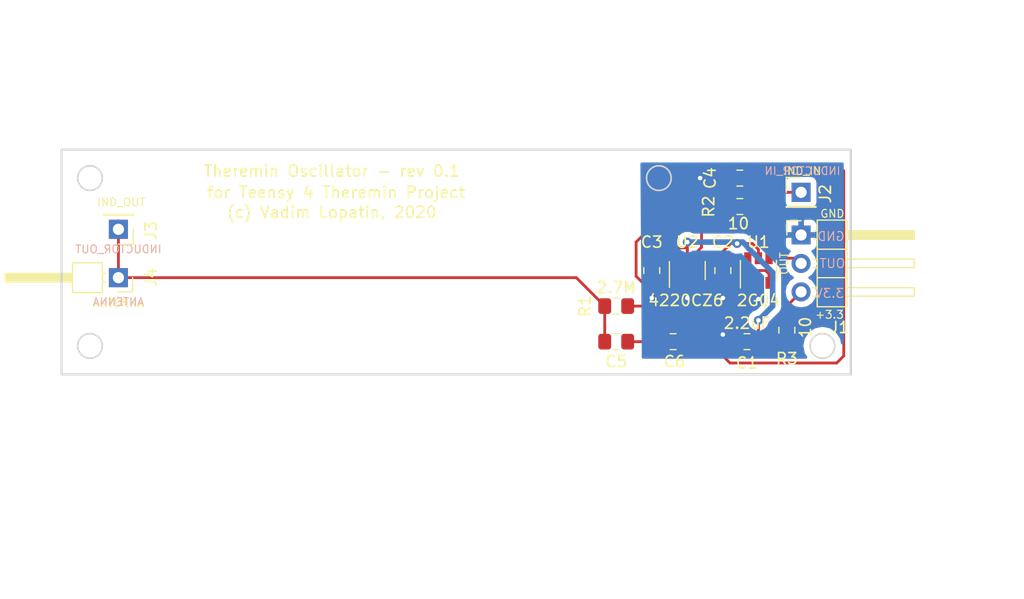
<source format=kicad_pcb>
(kicad_pcb (version 20171130) (host pcbnew "(5.0.2)-1")

  (general
    (thickness 1.6)
    (drawings 27)
    (tracks 109)
    (zones 0)
    (modules 15)
    (nets 12)
  )

  (page A4)
  (title_block
    (title "Theremin Oscillator")
    (date 2020-02-18)
    (rev v0.1)
    (comment 1 "Teensy 4 Theremin Project")
    (comment 2 "(c) Vadim Lopatin 2020")
  )

  (layers
    (0 F.Cu signal)
    (31 B.Cu signal)
    (32 B.Adhes user)
    (33 F.Adhes user)
    (34 B.Paste user)
    (35 F.Paste user)
    (36 B.SilkS user)
    (37 F.SilkS user)
    (38 B.Mask user)
    (39 F.Mask user)
    (40 Dwgs.User user)
    (41 Cmts.User user)
    (42 Eco1.User user)
    (43 Eco2.User user)
    (44 Edge.Cuts user)
    (45 Margin user)
    (46 B.CrtYd user)
    (47 F.CrtYd user)
    (48 B.Fab user hide)
    (49 F.Fab user hide)
  )

  (setup
    (last_trace_width 0.25)
    (trace_clearance 0.2)
    (zone_clearance 0.508)
    (zone_45_only no)
    (trace_min 0.2)
    (segment_width 0.2)
    (edge_width 0.15)
    (via_size 0.8)
    (via_drill 0.4)
    (via_min_size 0.4)
    (via_min_drill 0.3)
    (uvia_size 0.3)
    (uvia_drill 0.1)
    (uvias_allowed no)
    (uvia_min_size 0.2)
    (uvia_min_drill 0.1)
    (pcb_text_width 0.3)
    (pcb_text_size 1.5 1.5)
    (mod_edge_width 0.15)
    (mod_text_size 1 1)
    (mod_text_width 0.15)
    (pad_size 1.524 1.524)
    (pad_drill 0.762)
    (pad_to_mask_clearance 0.051)
    (solder_mask_min_width 0.25)
    (aux_axis_origin 0 0)
    (visible_elements 7FFFFFFF)
    (pcbplotparams
      (layerselection 0x010fc_ffffffff)
      (usegerberextensions true)
      (usegerberattributes false)
      (usegerberadvancedattributes false)
      (creategerberjobfile false)
      (excludeedgelayer true)
      (linewidth 0.100000)
      (plotframeref false)
      (viasonmask false)
      (mode 1)
      (useauxorigin false)
      (hpglpennumber 1)
      (hpglpenspeed 20)
      (hpglpendiameter 15.000000)
      (psnegative false)
      (psa4output false)
      (plotreference true)
      (plotvalue true)
      (plotinvisibletext false)
      (padsonsilk false)
      (subtractmaskfromsilk false)
      (outputformat 1)
      (mirror false)
      (drillshape 0)
      (scaleselection 1)
      (outputdirectory "gerber/"))
  )

  (net 0 "")
  (net 1 +3V3)
  (net 2 GND)
  (net 3 "Net-(U2-Pad3)")
  (net 4 "Net-(U2-Pad6)")
  (net 5 "Net-(C5-Pad2)")
  (net 6 "Net-(C4-Pad2)")
  (net 7 "Net-(R1-Pad1)")
  (net 8 "Net-(R2-Pad2)")
  (net 9 "Net-(C5-Pad1)")
  (net 10 /3.3V)
  (net 11 /OSC_OUT)

  (net_class Default "This is the default net class."
    (clearance 0.2)
    (trace_width 0.25)
    (via_dia 0.8)
    (via_drill 0.4)
    (uvia_dia 0.3)
    (uvia_drill 0.1)
    (add_net +3V3)
    (add_net /3.3V)
    (add_net /OSC_OUT)
    (add_net GND)
    (add_net "Net-(C4-Pad2)")
    (add_net "Net-(C5-Pad1)")
    (add_net "Net-(C5-Pad2)")
    (add_net "Net-(R1-Pad1)")
    (add_net "Net-(R2-Pad2)")
    (add_net "Net-(U2-Pad3)")
    (add_net "Net-(U2-Pad6)")
  )

  (module Connector_PinHeader_2.54mm:PinHeader_1x01_P2.54mm_Vertical (layer F.Cu) (tedit 59FED5CC) (tstamp 5E4D8783)
    (at 86.36 101.092 180)
    (descr "Through hole straight pin header, 1x01, 2.54mm pitch, single row")
    (tags "Through hole pin header THT 1x01 2.54mm single row")
    (path /5D9FD952)
    (fp_text reference J3 (at -2.921 -0.127 270) (layer F.SilkS)
      (effects (font (size 1 1) (thickness 0.15)))
    )
    (fp_text value INDUCTOR_OUT (at 0 2.33 180) (layer F.Fab)
      (effects (font (size 1 1) (thickness 0.15)))
    )
    (fp_text user %R (at 0 0 270) (layer F.Fab)
      (effects (font (size 1 1) (thickness 0.15)))
    )
    (fp_line (start 1.8 -1.8) (end -1.8 -1.8) (layer F.CrtYd) (width 0.05))
    (fp_line (start 1.8 1.8) (end 1.8 -1.8) (layer F.CrtYd) (width 0.05))
    (fp_line (start -1.8 1.8) (end 1.8 1.8) (layer F.CrtYd) (width 0.05))
    (fp_line (start -1.8 -1.8) (end -1.8 1.8) (layer F.CrtYd) (width 0.05))
    (fp_line (start -1.33 -1.33) (end 0 -1.33) (layer F.SilkS) (width 0.12))
    (fp_line (start -1.33 0) (end -1.33 -1.33) (layer F.SilkS) (width 0.12))
    (fp_line (start -1.33 1.27) (end 1.33 1.27) (layer F.SilkS) (width 0.12))
    (fp_line (start 1.33 1.27) (end 1.33 1.33) (layer F.SilkS) (width 0.12))
    (fp_line (start -1.33 1.27) (end -1.33 1.33) (layer F.SilkS) (width 0.12))
    (fp_line (start -1.33 1.33) (end 1.33 1.33) (layer F.SilkS) (width 0.12))
    (fp_line (start -1.27 -0.635) (end -0.635 -1.27) (layer F.Fab) (width 0.1))
    (fp_line (start -1.27 1.27) (end -1.27 -0.635) (layer F.Fab) (width 0.1))
    (fp_line (start 1.27 1.27) (end -1.27 1.27) (layer F.Fab) (width 0.1))
    (fp_line (start 1.27 -1.27) (end 1.27 1.27) (layer F.Fab) (width 0.1))
    (fp_line (start -0.635 -1.27) (end 1.27 -1.27) (layer F.Fab) (width 0.1))
    (pad 1 thru_hole rect (at 0 0 180) (size 1.7 1.7) (drill 1) (layers *.Cu *.Mask)
      (net 5 "Net-(C5-Pad2)"))
    (model ${KISYS3DMOD}/Connector_PinHeader_2.54mm.3dshapes/PinHeader_1x01_P2.54mm_Vertical.wrl
      (at (xyz 0 0 0))
      (scale (xyz 1 1 1))
      (rotate (xyz 0 0 0))
    )
  )

  (module Connector_PinHeader_2.54mm:PinHeader_1x01_P2.54mm_Vertical (layer F.Cu) (tedit 59FED5CC) (tstamp 5E4D876F)
    (at 147.32 97.79)
    (descr "Through hole straight pin header, 1x01, 2.54mm pitch, single row")
    (tags "Through hole pin header THT 1x01 2.54mm single row")
    (path /5D9FD8BA)
    (fp_text reference J2 (at 2.159 0.127 90) (layer F.SilkS)
      (effects (font (size 1 1) (thickness 0.15)))
    )
    (fp_text value INDUCTOR_IN (at 0 2.33) (layer F.Fab)
      (effects (font (size 1 1) (thickness 0.15)))
    )
    (fp_line (start -0.635 -1.27) (end 1.27 -1.27) (layer F.Fab) (width 0.1))
    (fp_line (start 1.27 -1.27) (end 1.27 1.27) (layer F.Fab) (width 0.1))
    (fp_line (start 1.27 1.27) (end -1.27 1.27) (layer F.Fab) (width 0.1))
    (fp_line (start -1.27 1.27) (end -1.27 -0.635) (layer F.Fab) (width 0.1))
    (fp_line (start -1.27 -0.635) (end -0.635 -1.27) (layer F.Fab) (width 0.1))
    (fp_line (start -1.33 1.33) (end 1.33 1.33) (layer F.SilkS) (width 0.12))
    (fp_line (start -1.33 1.27) (end -1.33 1.33) (layer F.SilkS) (width 0.12))
    (fp_line (start 1.33 1.27) (end 1.33 1.33) (layer F.SilkS) (width 0.12))
    (fp_line (start -1.33 1.27) (end 1.33 1.27) (layer F.SilkS) (width 0.12))
    (fp_line (start -1.33 0) (end -1.33 -1.33) (layer F.SilkS) (width 0.12))
    (fp_line (start -1.33 -1.33) (end 0 -1.33) (layer F.SilkS) (width 0.12))
    (fp_line (start -1.8 -1.8) (end -1.8 1.8) (layer F.CrtYd) (width 0.05))
    (fp_line (start -1.8 1.8) (end 1.8 1.8) (layer F.CrtYd) (width 0.05))
    (fp_line (start 1.8 1.8) (end 1.8 -1.8) (layer F.CrtYd) (width 0.05))
    (fp_line (start 1.8 -1.8) (end -1.8 -1.8) (layer F.CrtYd) (width 0.05))
    (fp_text user %R (at 0 0 90) (layer F.Fab)
      (effects (font (size 1 1) (thickness 0.15)))
    )
    (pad 1 thru_hole rect (at 0 0) (size 1.7 1.7) (drill 1) (layers *.Cu *.Mask)
      (net 6 "Net-(C4-Pad2)"))
    (model ${KISYS3DMOD}/Connector_PinHeader_2.54mm.3dshapes/PinHeader_1x01_P2.54mm_Vertical.wrl
      (at (xyz 0 0 0))
      (scale (xyz 1 1 1))
      (rotate (xyz 0 0 0))
    )
  )

  (module Capacitor_SMD:C_0805_2012Metric_Pad1.15x1.40mm_HandSolder (layer F.Cu) (tedit 5E4BB6AB) (tstamp 5E4D7339)
    (at 135.89 111.125 180)
    (descr "Capacitor SMD 0805 (2012 Metric), square (rectangular) end terminal, IPC_7351 nominal with elongated pad for handsoldering. (Body size source: https://docs.google.com/spreadsheets/d/1BsfQQcO9C6DZCsRaXUlFlo91Tg2WpOkGARC1WS5S8t0/edit?usp=sharing), generated with kicad-footprint-generator")
    (tags "capacitor handsolder")
    (path /5E4E4E40)
    (attr smd)
    (fp_text reference C6 (at -0.127 -1.778 180) (layer F.SilkS)
      (effects (font (size 1 1) (thickness 0.15)))
    )
    (fp_text value 3.3pF (at 0 1.65 180) (layer F.Fab)
      (effects (font (size 1 1) (thickness 0.15)))
    )
    (fp_text user %R (at 0 0 180) (layer F.Fab)
      (effects (font (size 0.5 0.5) (thickness 0.08)))
    )
    (fp_line (start 1.85 0.95) (end -1.85 0.95) (layer F.CrtYd) (width 0.05))
    (fp_line (start 1.85 -0.95) (end 1.85 0.95) (layer F.CrtYd) (width 0.05))
    (fp_line (start -1.85 -0.95) (end 1.85 -0.95) (layer F.CrtYd) (width 0.05))
    (fp_line (start -1.85 0.95) (end -1.85 -0.95) (layer F.CrtYd) (width 0.05))
    (fp_line (start -0.261252 0.71) (end 0.261252 0.71) (layer F.SilkS) (width 0.12))
    (fp_line (start -0.261252 -0.71) (end 0.261252 -0.71) (layer F.SilkS) (width 0.12))
    (fp_line (start 1 0.6) (end -1 0.6) (layer F.Fab) (width 0.1))
    (fp_line (start 1 -0.6) (end 1 0.6) (layer F.Fab) (width 0.1))
    (fp_line (start -1 -0.6) (end 1 -0.6) (layer F.Fab) (width 0.1))
    (fp_line (start -1 0.6) (end -1 -0.6) (layer F.Fab) (width 0.1))
    (pad 2 smd roundrect (at 1.025 0 180) (size 1.15 1.4) (layers F.Cu F.Paste F.Mask) (roundrect_rratio 0.217391)
      (net 9 "Net-(C5-Pad1)"))
    (pad 1 smd roundrect (at -1.025 0 180) (size 1.15 1.4) (layers F.Cu F.Paste F.Mask) (roundrect_rratio 0.217391)
      (net 2 GND))
    (model ${KISYS3DMOD}/Capacitor_SMD.3dshapes/C_0805_2012Metric.wrl
      (at (xyz 0 0 0))
      (scale (xyz 1 1 1))
      (rotate (xyz 0 0 0))
    )
  )

  (module Capacitor_SMD:C_0805_2012Metric_Pad1.15x1.40mm_HandSolder (layer F.Cu) (tedit 5E4BB6A4) (tstamp 5E4D7328)
    (at 130.81 111.125 180)
    (descr "Capacitor SMD 0805 (2012 Metric), square (rectangular) end terminal, IPC_7351 nominal with elongated pad for handsoldering. (Body size source: https://docs.google.com/spreadsheets/d/1BsfQQcO9C6DZCsRaXUlFlo91Tg2WpOkGARC1WS5S8t0/edit?usp=sharing), generated with kicad-footprint-generator")
    (tags "capacitor handsolder")
    (path /5E4E4D9C)
    (attr smd)
    (fp_text reference C5 (at 0 -1.778 180) (layer F.SilkS)
      (effects (font (size 1 1) (thickness 0.15)))
    )
    (fp_text value 3.3pF (at -0.254 1.524 180) (layer F.Fab)
      (effects (font (size 1 1) (thickness 0.15)))
    )
    (fp_line (start -1 0.6) (end -1 -0.6) (layer F.Fab) (width 0.1))
    (fp_line (start -1 -0.6) (end 1 -0.6) (layer F.Fab) (width 0.1))
    (fp_line (start 1 -0.6) (end 1 0.6) (layer F.Fab) (width 0.1))
    (fp_line (start 1 0.6) (end -1 0.6) (layer F.Fab) (width 0.1))
    (fp_line (start -0.261252 -0.71) (end 0.261252 -0.71) (layer F.SilkS) (width 0.12))
    (fp_line (start -0.261252 0.71) (end 0.261252 0.71) (layer F.SilkS) (width 0.12))
    (fp_line (start -1.85 0.95) (end -1.85 -0.95) (layer F.CrtYd) (width 0.05))
    (fp_line (start -1.85 -0.95) (end 1.85 -0.95) (layer F.CrtYd) (width 0.05))
    (fp_line (start 1.85 -0.95) (end 1.85 0.95) (layer F.CrtYd) (width 0.05))
    (fp_line (start 1.85 0.95) (end -1.85 0.95) (layer F.CrtYd) (width 0.05))
    (fp_text user %R (at 0 0 180) (layer F.Fab)
      (effects (font (size 0.5 0.5) (thickness 0.08)))
    )
    (pad 1 smd roundrect (at -1.025 0 180) (size 1.15 1.4) (layers F.Cu F.Paste F.Mask) (roundrect_rratio 0.217391)
      (net 9 "Net-(C5-Pad1)"))
    (pad 2 smd roundrect (at 1.025 0 180) (size 1.15 1.4) (layers F.Cu F.Paste F.Mask) (roundrect_rratio 0.217391)
      (net 5 "Net-(C5-Pad2)"))
    (model ${KISYS3DMOD}/Capacitor_SMD.3dshapes/C_0805_2012Metric.wrl
      (at (xyz 0 0 0))
      (scale (xyz 1 1 1))
      (rotate (xyz 0 0 0))
    )
  )

  (module Capacitor_SMD:C_0805_2012Metric_Pad1.15x1.40mm_HandSolder (layer F.Cu) (tedit 5E4BBD66) (tstamp 5E4D7317)
    (at 141.85 96.52)
    (descr "Capacitor SMD 0805 (2012 Metric), square (rectangular) end terminal, IPC_7351 nominal with elongated pad for handsoldering. (Body size source: https://docs.google.com/spreadsheets/d/1BsfQQcO9C6DZCsRaXUlFlo91Tg2WpOkGARC1WS5S8t0/edit?usp=sharing), generated with kicad-footprint-generator")
    (tags "capacitor handsolder")
    (path /5E4E7803)
    (attr smd)
    (fp_text reference C4 (at -2.658 0 90) (layer F.SilkS)
      (effects (font (size 1 1) (thickness 0.15)))
    )
    (fp_text value 3.3pF (at 0.136 -1.651) (layer F.Fab)
      (effects (font (size 1 1) (thickness 0.15)))
    )
    (fp_text user %R (at 0 0) (layer F.Fab)
      (effects (font (size 0.5 0.5) (thickness 0.08)))
    )
    (fp_line (start 1.85 0.95) (end -1.85 0.95) (layer F.CrtYd) (width 0.05))
    (fp_line (start 1.85 -0.95) (end 1.85 0.95) (layer F.CrtYd) (width 0.05))
    (fp_line (start -1.85 -0.95) (end 1.85 -0.95) (layer F.CrtYd) (width 0.05))
    (fp_line (start -1.85 0.95) (end -1.85 -0.95) (layer F.CrtYd) (width 0.05))
    (fp_line (start -0.261252 0.71) (end 0.261252 0.71) (layer F.SilkS) (width 0.12))
    (fp_line (start -0.261252 -0.71) (end 0.261252 -0.71) (layer F.SilkS) (width 0.12))
    (fp_line (start 1 0.6) (end -1 0.6) (layer F.Fab) (width 0.1))
    (fp_line (start 1 -0.6) (end 1 0.6) (layer F.Fab) (width 0.1))
    (fp_line (start -1 -0.6) (end 1 -0.6) (layer F.Fab) (width 0.1))
    (fp_line (start -1 0.6) (end -1 -0.6) (layer F.Fab) (width 0.1))
    (pad 2 smd roundrect (at 1.025 0) (size 1.15 1.4) (layers F.Cu F.Paste F.Mask) (roundrect_rratio 0.217391)
      (net 6 "Net-(C4-Pad2)"))
    (pad 1 smd roundrect (at -1.025 0) (size 1.15 1.4) (layers F.Cu F.Paste F.Mask) (roundrect_rratio 0.217391)
      (net 2 GND))
    (model ${KISYS3DMOD}/Capacitor_SMD.3dshapes/C_0805_2012Metric.wrl
      (at (xyz 0 0 0))
      (scale (xyz 1 1 1))
      (rotate (xyz 0 0 0))
    )
  )

  (module Capacitor_SMD:C_0805_2012Metric_Pad1.15x1.40mm_HandSolder (layer F.Cu) (tedit 5E4BBD80) (tstamp 5E4D7306)
    (at 133.985 104.775 270)
    (descr "Capacitor SMD 0805 (2012 Metric), square (rectangular) end terminal, IPC_7351 nominal with elongated pad for handsoldering. (Body size source: https://docs.google.com/spreadsheets/d/1BsfQQcO9C6DZCsRaXUlFlo91Tg2WpOkGARC1WS5S8t0/edit?usp=sharing), generated with kicad-footprint-generator")
    (tags "capacitor handsolder")
    (path /5DF1ED56)
    (attr smd)
    (fp_text reference C3 (at -2.54 0) (layer F.SilkS)
      (effects (font (size 1 1) (thickness 0.15)))
    )
    (fp_text value 0.22uF (at -4.064 0.127) (layer F.Fab)
      (effects (font (size 1 1) (thickness 0.15)))
    )
    (fp_line (start -1 0.6) (end -1 -0.6) (layer F.Fab) (width 0.1))
    (fp_line (start -1 -0.6) (end 1 -0.6) (layer F.Fab) (width 0.1))
    (fp_line (start 1 -0.6) (end 1 0.6) (layer F.Fab) (width 0.1))
    (fp_line (start 1 0.6) (end -1 0.6) (layer F.Fab) (width 0.1))
    (fp_line (start -0.261252 -0.71) (end 0.261252 -0.71) (layer F.SilkS) (width 0.12))
    (fp_line (start -0.261252 0.71) (end 0.261252 0.71) (layer F.SilkS) (width 0.12))
    (fp_line (start -1.85 0.95) (end -1.85 -0.95) (layer F.CrtYd) (width 0.05))
    (fp_line (start -1.85 -0.95) (end 1.85 -0.95) (layer F.CrtYd) (width 0.05))
    (fp_line (start 1.85 -0.95) (end 1.85 0.95) (layer F.CrtYd) (width 0.05))
    (fp_line (start 1.85 0.95) (end -1.85 0.95) (layer F.CrtYd) (width 0.05))
    (fp_text user %R (at 0 0 270) (layer F.Fab)
      (effects (font (size 0.5 0.5) (thickness 0.08)))
    )
    (pad 1 smd roundrect (at -1.025 0 270) (size 1.15 1.4) (layers F.Cu F.Paste F.Mask) (roundrect_rratio 0.217391)
      (net 1 +3V3))
    (pad 2 smd roundrect (at 1.025 0 270) (size 1.15 1.4) (layers F.Cu F.Paste F.Mask) (roundrect_rratio 0.217391)
      (net 2 GND))
    (model ${KISYS3DMOD}/Capacitor_SMD.3dshapes/C_0805_2012Metric.wrl
      (at (xyz 0 0 0))
      (scale (xyz 1 1 1))
      (rotate (xyz 0 0 0))
    )
  )

  (module Capacitor_SMD:C_0805_2012Metric_Pad1.15x1.40mm_HandSolder (layer F.Cu) (tedit 5B36C52B) (tstamp 5E4D72F5)
    (at 140.335 104.775 270)
    (descr "Capacitor SMD 0805 (2012 Metric), square (rectangular) end terminal, IPC_7351 nominal with elongated pad for handsoldering. (Body size source: https://docs.google.com/spreadsheets/d/1BsfQQcO9C6DZCsRaXUlFlo91Tg2WpOkGARC1WS5S8t0/edit?usp=sharing), generated with kicad-footprint-generator")
    (tags "capacitor handsolder")
    (path /5E525E56)
    (attr smd)
    (fp_text reference C2 (at -2.54 0) (layer F.SilkS)
      (effects (font (size 1 1) (thickness 0.15)))
    )
    (fp_text value 0.1uF (at 0 1.65 270) (layer F.Fab)
      (effects (font (size 1 1) (thickness 0.15)))
    )
    (fp_text user %R (at 0 0 270) (layer F.Fab)
      (effects (font (size 0.5 0.5) (thickness 0.08)))
    )
    (fp_line (start 1.85 0.95) (end -1.85 0.95) (layer F.CrtYd) (width 0.05))
    (fp_line (start 1.85 -0.95) (end 1.85 0.95) (layer F.CrtYd) (width 0.05))
    (fp_line (start -1.85 -0.95) (end 1.85 -0.95) (layer F.CrtYd) (width 0.05))
    (fp_line (start -1.85 0.95) (end -1.85 -0.95) (layer F.CrtYd) (width 0.05))
    (fp_line (start -0.261252 0.71) (end 0.261252 0.71) (layer F.SilkS) (width 0.12))
    (fp_line (start -0.261252 -0.71) (end 0.261252 -0.71) (layer F.SilkS) (width 0.12))
    (fp_line (start 1 0.6) (end -1 0.6) (layer F.Fab) (width 0.1))
    (fp_line (start 1 -0.6) (end 1 0.6) (layer F.Fab) (width 0.1))
    (fp_line (start -1 -0.6) (end 1 -0.6) (layer F.Fab) (width 0.1))
    (fp_line (start -1 0.6) (end -1 -0.6) (layer F.Fab) (width 0.1))
    (pad 2 smd roundrect (at 1.025 0 270) (size 1.15 1.4) (layers F.Cu F.Paste F.Mask) (roundrect_rratio 0.217391)
      (net 2 GND))
    (pad 1 smd roundrect (at -1.025 0 270) (size 1.15 1.4) (layers F.Cu F.Paste F.Mask) (roundrect_rratio 0.217391)
      (net 1 +3V3))
    (model ${KISYS3DMOD}/Capacitor_SMD.3dshapes/C_0805_2012Metric.wrl
      (at (xyz 0 0 0))
      (scale (xyz 1 1 1))
      (rotate (xyz 0 0 0))
    )
  )

  (module Capacitor_SMD:C_0805_2012Metric_Pad1.15x1.40mm_HandSolder (layer F.Cu) (tedit 5E4BB5FC) (tstamp 5E4D72E4)
    (at 142.485 111.125 180)
    (descr "Capacitor SMD 0805 (2012 Metric), square (rectangular) end terminal, IPC_7351 nominal with elongated pad for handsoldering. (Body size source: https://docs.google.com/spreadsheets/d/1BsfQQcO9C6DZCsRaXUlFlo91Tg2WpOkGARC1WS5S8t0/edit?usp=sharing), generated with kicad-footprint-generator")
    (tags "capacitor handsolder")
    (path /5E52446B)
    (attr smd)
    (fp_text reference C1 (at 0 -1.905 180) (layer F.SilkS)
      (effects (font (size 1 1) (thickness 0.15)))
    )
    (fp_text value 2.2uF (at 0 1.65 180) (layer F.SilkS)
      (effects (font (size 1 1) (thickness 0.15)))
    )
    (fp_line (start -1 0.6) (end -1 -0.6) (layer F.Fab) (width 0.1))
    (fp_line (start -1 -0.6) (end 1 -0.6) (layer F.Fab) (width 0.1))
    (fp_line (start 1 -0.6) (end 1 0.6) (layer F.Fab) (width 0.1))
    (fp_line (start 1 0.6) (end -1 0.6) (layer F.Fab) (width 0.1))
    (fp_line (start -0.261252 -0.71) (end 0.261252 -0.71) (layer F.SilkS) (width 0.12))
    (fp_line (start -0.261252 0.71) (end 0.261252 0.71) (layer F.SilkS) (width 0.12))
    (fp_line (start -1.85 0.95) (end -1.85 -0.95) (layer F.CrtYd) (width 0.05))
    (fp_line (start -1.85 -0.95) (end 1.85 -0.95) (layer F.CrtYd) (width 0.05))
    (fp_line (start 1.85 -0.95) (end 1.85 0.95) (layer F.CrtYd) (width 0.05))
    (fp_line (start 1.85 0.95) (end -1.85 0.95) (layer F.CrtYd) (width 0.05))
    (fp_text user %R (at 0 0 180) (layer F.Fab)
      (effects (font (size 0.5 0.5) (thickness 0.08)))
    )
    (pad 1 smd roundrect (at -1.025 0 180) (size 1.15 1.4) (layers F.Cu F.Paste F.Mask) (roundrect_rratio 0.217391)
      (net 1 +3V3))
    (pad 2 smd roundrect (at 1.025 0 180) (size 1.15 1.4) (layers F.Cu F.Paste F.Mask) (roundrect_rratio 0.217391)
      (net 2 GND))
    (model ${KISYS3DMOD}/Capacitor_SMD.3dshapes/C_0805_2012Metric.wrl
      (at (xyz 0 0 0))
      (scale (xyz 1 1 1))
      (rotate (xyz 0 0 0))
    )
  )

  (module Connector_PinHeader_2.54mm:PinHeader_1x01_P2.54mm_Horizontal (layer F.Cu) (tedit 59FED5CB) (tstamp 5E4D72AF)
    (at 86.36 105.41 180)
    (descr "Through hole angled pin header, 1x01, 2.54mm pitch, 6mm pin length, single row")
    (tags "Through hole angled pin header THT 1x01 2.54mm single row")
    (path /5D9FD990)
    (fp_text reference J4 (at -2.921 0 270) (layer F.SilkS)
      (effects (font (size 1 1) (thickness 0.15)))
    )
    (fp_text value ANTENNA (at 4.385 2.27 180) (layer F.Fab)
      (effects (font (size 1 1) (thickness 0.15)))
    )
    (fp_line (start 2.135 -1.27) (end 4.04 -1.27) (layer F.Fab) (width 0.1))
    (fp_line (start 4.04 -1.27) (end 4.04 1.27) (layer F.Fab) (width 0.1))
    (fp_line (start 4.04 1.27) (end 1.5 1.27) (layer F.Fab) (width 0.1))
    (fp_line (start 1.5 1.27) (end 1.5 -0.635) (layer F.Fab) (width 0.1))
    (fp_line (start 1.5 -0.635) (end 2.135 -1.27) (layer F.Fab) (width 0.1))
    (fp_line (start -0.32 -0.32) (end 1.5 -0.32) (layer F.Fab) (width 0.1))
    (fp_line (start -0.32 -0.32) (end -0.32 0.32) (layer F.Fab) (width 0.1))
    (fp_line (start -0.32 0.32) (end 1.5 0.32) (layer F.Fab) (width 0.1))
    (fp_line (start 4.04 -0.32) (end 10.04 -0.32) (layer F.Fab) (width 0.1))
    (fp_line (start 10.04 -0.32) (end 10.04 0.32) (layer F.Fab) (width 0.1))
    (fp_line (start 4.04 0.32) (end 10.04 0.32) (layer F.Fab) (width 0.1))
    (fp_line (start 1.44 -1.33) (end 1.44 1.33) (layer F.SilkS) (width 0.12))
    (fp_line (start 1.44 1.33) (end 4.1 1.33) (layer F.SilkS) (width 0.12))
    (fp_line (start 4.1 1.33) (end 4.1 -1.33) (layer F.SilkS) (width 0.12))
    (fp_line (start 4.1 -1.33) (end 1.44 -1.33) (layer F.SilkS) (width 0.12))
    (fp_line (start 4.1 -0.38) (end 10.1 -0.38) (layer F.SilkS) (width 0.12))
    (fp_line (start 10.1 -0.38) (end 10.1 0.38) (layer F.SilkS) (width 0.12))
    (fp_line (start 10.1 0.38) (end 4.1 0.38) (layer F.SilkS) (width 0.12))
    (fp_line (start 4.1 -0.32) (end 10.1 -0.32) (layer F.SilkS) (width 0.12))
    (fp_line (start 4.1 -0.2) (end 10.1 -0.2) (layer F.SilkS) (width 0.12))
    (fp_line (start 4.1 -0.08) (end 10.1 -0.08) (layer F.SilkS) (width 0.12))
    (fp_line (start 4.1 0.04) (end 10.1 0.04) (layer F.SilkS) (width 0.12))
    (fp_line (start 4.1 0.16) (end 10.1 0.16) (layer F.SilkS) (width 0.12))
    (fp_line (start 4.1 0.28) (end 10.1 0.28) (layer F.SilkS) (width 0.12))
    (fp_line (start 1.11 -0.38) (end 1.44 -0.38) (layer F.SilkS) (width 0.12))
    (fp_line (start 1.11 0.38) (end 1.44 0.38) (layer F.SilkS) (width 0.12))
    (fp_line (start -1.27 0) (end -1.27 -1.27) (layer F.SilkS) (width 0.12))
    (fp_line (start -1.27 -1.27) (end 0 -1.27) (layer F.SilkS) (width 0.12))
    (fp_line (start -1.8 -1.8) (end -1.8 1.8) (layer F.CrtYd) (width 0.05))
    (fp_line (start -1.8 1.8) (end 10.55 1.8) (layer F.CrtYd) (width 0.05))
    (fp_line (start 10.55 1.8) (end 10.55 -1.8) (layer F.CrtYd) (width 0.05))
    (fp_line (start 10.55 -1.8) (end -1.8 -1.8) (layer F.CrtYd) (width 0.05))
    (fp_text user %R (at 2.77 0 270) (layer F.Fab)
      (effects (font (size 1 1) (thickness 0.15)))
    )
    (pad 1 thru_hole rect (at 0 0 180) (size 1.7 1.7) (drill 1) (layers *.Cu *.Mask)
      (net 5 "Net-(C5-Pad2)"))
    (model ${KISYS3DMOD}/Connector_PinHeader_2.54mm.3dshapes/PinHeader_1x01_P2.54mm_Horizontal.wrl
      (at (xyz 0 0 0))
      (scale (xyz 1 1 1))
      (rotate (xyz 0 0 0))
    )
  )

  (module Connector_PinHeader_2.54mm:PinHeader_1x03_P2.54mm_Horizontal (layer F.Cu) (tedit 59FED5CB) (tstamp 5E4D7263)
    (at 147.32 101.6)
    (descr "Through hole angled pin header, 1x03, 2.54mm pitch, 6mm pin length, single row")
    (tags "Through hole angled pin header THT 1x03 2.54mm single row")
    (path /5E5208E1)
    (fp_text reference J1 (at 3.429 8.255) (layer F.SilkS)
      (effects (font (size 1 1) (thickness 0.15)))
    )
    (fp_text value OSC (at 2.794 1.27 90) (layer F.Fab)
      (effects (font (size 1 1) (thickness 0.15)))
    )
    (fp_line (start 2.135 -1.27) (end 4.04 -1.27) (layer F.Fab) (width 0.1))
    (fp_line (start 4.04 -1.27) (end 4.04 6.35) (layer F.Fab) (width 0.1))
    (fp_line (start 4.04 6.35) (end 1.5 6.35) (layer F.Fab) (width 0.1))
    (fp_line (start 1.5 6.35) (end 1.5 -0.635) (layer F.Fab) (width 0.1))
    (fp_line (start 1.5 -0.635) (end 2.135 -1.27) (layer F.Fab) (width 0.1))
    (fp_line (start -0.32 -0.32) (end 1.5 -0.32) (layer F.Fab) (width 0.1))
    (fp_line (start -0.32 -0.32) (end -0.32 0.32) (layer F.Fab) (width 0.1))
    (fp_line (start -0.32 0.32) (end 1.5 0.32) (layer F.Fab) (width 0.1))
    (fp_line (start 4.04 -0.32) (end 10.04 -0.32) (layer F.Fab) (width 0.1))
    (fp_line (start 10.04 -0.32) (end 10.04 0.32) (layer F.Fab) (width 0.1))
    (fp_line (start 4.04 0.32) (end 10.04 0.32) (layer F.Fab) (width 0.1))
    (fp_line (start -0.32 2.22) (end 1.5 2.22) (layer F.Fab) (width 0.1))
    (fp_line (start -0.32 2.22) (end -0.32 2.86) (layer F.Fab) (width 0.1))
    (fp_line (start -0.32 2.86) (end 1.5 2.86) (layer F.Fab) (width 0.1))
    (fp_line (start 4.04 2.22) (end 10.04 2.22) (layer F.Fab) (width 0.1))
    (fp_line (start 10.04 2.22) (end 10.04 2.86) (layer F.Fab) (width 0.1))
    (fp_line (start 4.04 2.86) (end 10.04 2.86) (layer F.Fab) (width 0.1))
    (fp_line (start -0.32 4.76) (end 1.5 4.76) (layer F.Fab) (width 0.1))
    (fp_line (start -0.32 4.76) (end -0.32 5.4) (layer F.Fab) (width 0.1))
    (fp_line (start -0.32 5.4) (end 1.5 5.4) (layer F.Fab) (width 0.1))
    (fp_line (start 4.04 4.76) (end 10.04 4.76) (layer F.Fab) (width 0.1))
    (fp_line (start 10.04 4.76) (end 10.04 5.4) (layer F.Fab) (width 0.1))
    (fp_line (start 4.04 5.4) (end 10.04 5.4) (layer F.Fab) (width 0.1))
    (fp_line (start 1.44 -1.33) (end 1.44 6.41) (layer F.SilkS) (width 0.12))
    (fp_line (start 1.44 6.41) (end 4.1 6.41) (layer F.SilkS) (width 0.12))
    (fp_line (start 4.1 6.41) (end 4.1 -1.33) (layer F.SilkS) (width 0.12))
    (fp_line (start 4.1 -1.33) (end 1.44 -1.33) (layer F.SilkS) (width 0.12))
    (fp_line (start 4.1 -0.38) (end 10.1 -0.38) (layer F.SilkS) (width 0.12))
    (fp_line (start 10.1 -0.38) (end 10.1 0.38) (layer F.SilkS) (width 0.12))
    (fp_line (start 10.1 0.38) (end 4.1 0.38) (layer F.SilkS) (width 0.12))
    (fp_line (start 4.1 -0.32) (end 10.1 -0.32) (layer F.SilkS) (width 0.12))
    (fp_line (start 4.1 -0.2) (end 10.1 -0.2) (layer F.SilkS) (width 0.12))
    (fp_line (start 4.1 -0.08) (end 10.1 -0.08) (layer F.SilkS) (width 0.12))
    (fp_line (start 4.1 0.04) (end 10.1 0.04) (layer F.SilkS) (width 0.12))
    (fp_line (start 4.1 0.16) (end 10.1 0.16) (layer F.SilkS) (width 0.12))
    (fp_line (start 4.1 0.28) (end 10.1 0.28) (layer F.SilkS) (width 0.12))
    (fp_line (start 1.11 -0.38) (end 1.44 -0.38) (layer F.SilkS) (width 0.12))
    (fp_line (start 1.11 0.38) (end 1.44 0.38) (layer F.SilkS) (width 0.12))
    (fp_line (start 1.44 1.27) (end 4.1 1.27) (layer F.SilkS) (width 0.12))
    (fp_line (start 4.1 2.16) (end 10.1 2.16) (layer F.SilkS) (width 0.12))
    (fp_line (start 10.1 2.16) (end 10.1 2.92) (layer F.SilkS) (width 0.12))
    (fp_line (start 10.1 2.92) (end 4.1 2.92) (layer F.SilkS) (width 0.12))
    (fp_line (start 1.042929 2.16) (end 1.44 2.16) (layer F.SilkS) (width 0.12))
    (fp_line (start 1.042929 2.92) (end 1.44 2.92) (layer F.SilkS) (width 0.12))
    (fp_line (start 1.44 3.81) (end 4.1 3.81) (layer F.SilkS) (width 0.12))
    (fp_line (start 4.1 4.7) (end 10.1 4.7) (layer F.SilkS) (width 0.12))
    (fp_line (start 10.1 4.7) (end 10.1 5.46) (layer F.SilkS) (width 0.12))
    (fp_line (start 10.1 5.46) (end 4.1 5.46) (layer F.SilkS) (width 0.12))
    (fp_line (start 1.042929 4.7) (end 1.44 4.7) (layer F.SilkS) (width 0.12))
    (fp_line (start 1.042929 5.46) (end 1.44 5.46) (layer F.SilkS) (width 0.12))
    (fp_line (start -1.27 0) (end -1.27 -1.27) (layer F.SilkS) (width 0.12))
    (fp_line (start -1.27 -1.27) (end 0 -1.27) (layer F.SilkS) (width 0.12))
    (fp_line (start -1.8 -1.8) (end -1.8 6.85) (layer F.CrtYd) (width 0.05))
    (fp_line (start -1.8 6.85) (end 10.55 6.85) (layer F.CrtYd) (width 0.05))
    (fp_line (start 10.55 6.85) (end 10.55 -1.8) (layer F.CrtYd) (width 0.05))
    (fp_line (start 10.55 -1.8) (end -1.8 -1.8) (layer F.CrtYd) (width 0.05))
    (fp_text user %R (at 2.794 5.08 90) (layer F.Fab)
      (effects (font (size 1 1) (thickness 0.15)))
    )
    (pad 1 thru_hole rect (at 0 0) (size 1.7 1.7) (drill 1) (layers *.Cu *.Mask)
      (net 2 GND))
    (pad 2 thru_hole oval (at 0 2.54) (size 1.7 1.7) (drill 1) (layers *.Cu *.Mask)
      (net 11 /OSC_OUT))
    (pad 3 thru_hole oval (at 0 5.08) (size 1.7 1.7) (drill 1) (layers *.Cu *.Mask)
      (net 10 /3.3V))
    (model ${KISYS3DMOD}/Connector_PinHeader_2.54mm.3dshapes/PinHeader_1x03_P2.54mm_Horizontal.wrl
      (at (xyz 0 0 0))
      (scale (xyz 1 1 1))
      (rotate (xyz 0 0 0))
    )
  )

  (module Package_SO:TSOP-6_1.65x3.05mm_P0.95mm (layer F.Cu) (tedit 5E4BB60A) (tstamp 5E4D7223)
    (at 137.16 104.775 90)
    (descr "TSOP-6 package (comparable to TSOT-23), https://www.vishay.com/docs/71200/71200.pdf")
    (tags "Jedec MO-193C TSOP-6L")
    (path /5DF1ED71)
    (attr smd)
    (fp_text reference U2 (at 2.54 0 180) (layer F.SilkS)
      (effects (font (size 1 1) (thickness 0.15)))
    )
    (fp_text value 4220CZ6 (at -2.667 -0.127 180) (layer F.SilkS)
      (effects (font (size 1 1) (thickness 0.15)))
    )
    (fp_text user %R (at 0 0 180) (layer F.Fab)
      (effects (font (size 0.5 0.5) (thickness 0.075)))
    )
    (fp_line (start -0.8 1.6) (end 0.8 1.6) (layer F.SilkS) (width 0.12))
    (fp_line (start 0.8 -1.6) (end -1.5 -1.6) (layer F.SilkS) (width 0.12))
    (fp_line (start -0.825 -1.1) (end -0.425 -1.525) (layer F.Fab) (width 0.1))
    (fp_line (start 0.825 -1.525) (end -0.425 -1.525) (layer F.Fab) (width 0.1))
    (fp_line (start -0.825 -1.1) (end -0.825 1.525) (layer F.Fab) (width 0.1))
    (fp_line (start 0.825 1.525) (end -0.825 1.525) (layer F.Fab) (width 0.1))
    (fp_line (start 0.825 -1.525) (end 0.825 1.525) (layer F.Fab) (width 0.1))
    (fp_line (start -1.76 -1.78) (end 1.76 -1.78) (layer F.CrtYd) (width 0.05))
    (fp_line (start -1.76 -1.78) (end -1.76 1.77) (layer F.CrtYd) (width 0.05))
    (fp_line (start 1.76 1.77) (end 1.76 -1.78) (layer F.CrtYd) (width 0.05))
    (fp_line (start 1.76 1.77) (end -1.76 1.77) (layer F.CrtYd) (width 0.05))
    (pad 1 smd rect (at -1.16 -0.95 90) (size 0.7 0.51) (layers F.Cu F.Paste F.Mask)
      (net 7 "Net-(R1-Pad1)"))
    (pad 2 smd rect (at -1.16 0 90) (size 0.7 0.51) (layers F.Cu F.Paste F.Mask)
      (net 2 GND))
    (pad 3 smd rect (at -1.16 0.95 90) (size 0.7 0.51) (layers F.Cu F.Paste F.Mask)
      (net 3 "Net-(U2-Pad3)"))
    (pad 4 smd rect (at 1.16 0.95 90) (size 0.7 0.51) (layers F.Cu F.Paste F.Mask)
      (net 8 "Net-(R2-Pad2)"))
    (pad 5 smd rect (at 1.16 0 90) (size 0.7 0.51) (layers F.Cu F.Paste F.Mask)
      (net 1 +3V3))
    (pad 6 smd rect (at 1.16 -0.95 90) (size 0.7 0.51) (layers F.Cu F.Paste F.Mask)
      (net 4 "Net-(U2-Pad6)"))
    (model ${KISYS3DMOD}/Package_SO.3dshapes/TSOP-6_1.65x3.05mm_P0.95mm.wrl
      (at (xyz 0 0 0))
      (scale (xyz 1 1 1))
      (rotate (xyz 0 0 0))
    )
  )

  (module Package_TO_SOT_SMD:SOT-23-6 (layer F.Cu) (tedit 5E4BB65F) (tstamp 5E4D720D)
    (at 143.51 104.775 90)
    (descr "6-pin SOT-23 package")
    (tags SOT-23-6)
    (path /5DEE13DE)
    (attr smd)
    (fp_text reference U1 (at 2.54 0 180) (layer F.SilkS)
      (effects (font (size 1 1) (thickness 0.15)))
    )
    (fp_text value 2G04 (at -2.667 0 180) (layer F.SilkS)
      (effects (font (size 1 1) (thickness 0.15)))
    )
    (fp_text user %R (at 0 0 180) (layer F.Fab)
      (effects (font (size 0.5 0.5) (thickness 0.075)))
    )
    (fp_line (start -0.9 1.61) (end 0.9 1.61) (layer F.SilkS) (width 0.12))
    (fp_line (start 0.9 -1.61) (end -1.55 -1.61) (layer F.SilkS) (width 0.12))
    (fp_line (start 1.9 -1.8) (end -1.9 -1.8) (layer F.CrtYd) (width 0.05))
    (fp_line (start 1.9 1.8) (end 1.9 -1.8) (layer F.CrtYd) (width 0.05))
    (fp_line (start -1.9 1.8) (end 1.9 1.8) (layer F.CrtYd) (width 0.05))
    (fp_line (start -1.9 -1.8) (end -1.9 1.8) (layer F.CrtYd) (width 0.05))
    (fp_line (start -0.9 -0.9) (end -0.25 -1.55) (layer F.Fab) (width 0.1))
    (fp_line (start 0.9 -1.55) (end -0.25 -1.55) (layer F.Fab) (width 0.1))
    (fp_line (start -0.9 -0.9) (end -0.9 1.55) (layer F.Fab) (width 0.1))
    (fp_line (start 0.9 1.55) (end -0.9 1.55) (layer F.Fab) (width 0.1))
    (fp_line (start 0.9 -1.55) (end 0.9 1.55) (layer F.Fab) (width 0.1))
    (pad 1 smd rect (at -1.1 -0.95 90) (size 1.06 0.65) (layers F.Cu F.Paste F.Mask)
      (net 7 "Net-(R1-Pad1)"))
    (pad 2 smd rect (at -1.1 0 90) (size 1.06 0.65) (layers F.Cu F.Paste F.Mask)
      (net 2 GND))
    (pad 3 smd rect (at -1.1 0.95 90) (size 1.06 0.65) (layers F.Cu F.Paste F.Mask)
      (net 8 "Net-(R2-Pad2)"))
    (pad 4 smd rect (at 1.1 0.95 90) (size 1.06 0.65) (layers F.Cu F.Paste F.Mask)
      (net 11 /OSC_OUT))
    (pad 6 smd rect (at 1.1 -0.95 90) (size 1.06 0.65) (layers F.Cu F.Paste F.Mask)
      (net 8 "Net-(R2-Pad2)"))
    (pad 5 smd rect (at 1.1 0 90) (size 1.06 0.65) (layers F.Cu F.Paste F.Mask)
      (net 1 +3V3))
    (model ${KISYS3DMOD}/Package_TO_SOT_SMD.3dshapes/SOT-23-6.wrl
      (at (xyz 0 0 0))
      (scale (xyz 1 1 1))
      (rotate (xyz 0 0 0))
    )
  )

  (module Resistor_SMD:R_0805_2012Metric_Pad1.15x1.40mm_HandSolder (layer F.Cu) (tedit 5E4BB74C) (tstamp 5E4D71F7)
    (at 146.05 110.1 270)
    (descr "Resistor SMD 0805 (2012 Metric), square (rectangular) end terminal, IPC_7351 nominal with elongated pad for handsoldering. (Body size source: https://docs.google.com/spreadsheets/d/1BsfQQcO9C6DZCsRaXUlFlo91Tg2WpOkGARC1WS5S8t0/edit?usp=sharing), generated with kicad-footprint-generator")
    (tags "resistor handsolder")
    (path /5E523767)
    (attr smd)
    (fp_text reference R3 (at 2.54 0) (layer F.SilkS)
      (effects (font (size 1 1) (thickness 0.15)))
    )
    (fp_text value 10 (at -0.245 -1.651 270) (layer F.SilkS)
      (effects (font (size 1 1) (thickness 0.15)))
    )
    (fp_line (start -1 0.6) (end -1 -0.6) (layer F.Fab) (width 0.1))
    (fp_line (start -1 -0.6) (end 1 -0.6) (layer F.Fab) (width 0.1))
    (fp_line (start 1 -0.6) (end 1 0.6) (layer F.Fab) (width 0.1))
    (fp_line (start 1 0.6) (end -1 0.6) (layer F.Fab) (width 0.1))
    (fp_line (start -0.261252 -0.71) (end 0.261252 -0.71) (layer F.SilkS) (width 0.12))
    (fp_line (start -0.261252 0.71) (end 0.261252 0.71) (layer F.SilkS) (width 0.12))
    (fp_line (start -1.85 0.95) (end -1.85 -0.95) (layer F.CrtYd) (width 0.05))
    (fp_line (start -1.85 -0.95) (end 1.85 -0.95) (layer F.CrtYd) (width 0.05))
    (fp_line (start 1.85 -0.95) (end 1.85 0.95) (layer F.CrtYd) (width 0.05))
    (fp_line (start 1.85 0.95) (end -1.85 0.95) (layer F.CrtYd) (width 0.05))
    (fp_text user %R (at 0 0 270) (layer F.Fab)
      (effects (font (size 0.5 0.5) (thickness 0.08)))
    )
    (pad 1 smd roundrect (at -1.025 0 270) (size 1.15 1.4) (layers F.Cu F.Paste F.Mask) (roundrect_rratio 0.217391)
      (net 10 /3.3V))
    (pad 2 smd roundrect (at 1.025 0 270) (size 1.15 1.4) (layers F.Cu F.Paste F.Mask) (roundrect_rratio 0.217391)
      (net 1 +3V3))
    (model ${KISYS3DMOD}/Resistor_SMD.3dshapes/R_0805_2012Metric.wrl
      (at (xyz 0 0 0))
      (scale (xyz 1 1 1))
      (rotate (xyz 0 0 0))
    )
  )

  (module Resistor_SMD:R_0805_2012Metric_Pad1.15x1.40mm_HandSolder (layer F.Cu) (tedit 5E4BB5BA) (tstamp 5E4D71E6)
    (at 141.85 99.06 180)
    (descr "Resistor SMD 0805 (2012 Metric), square (rectangular) end terminal, IPC_7351 nominal with elongated pad for handsoldering. (Body size source: https://docs.google.com/spreadsheets/d/1BsfQQcO9C6DZCsRaXUlFlo91Tg2WpOkGARC1WS5S8t0/edit?usp=sharing), generated with kicad-footprint-generator")
    (tags "resistor handsolder")
    (path /5E4E75BC)
    (attr smd)
    (fp_text reference R2 (at 2.785 0 270) (layer F.SilkS)
      (effects (font (size 1 1) (thickness 0.15)))
    )
    (fp_text value 10 (at 0.118 -1.524 180) (layer F.SilkS)
      (effects (font (size 1 1) (thickness 0.15)))
    )
    (fp_text user %R (at 0 0 180) (layer F.Fab)
      (effects (font (size 0.5 0.5) (thickness 0.08)))
    )
    (fp_line (start 1.85 0.95) (end -1.85 0.95) (layer F.CrtYd) (width 0.05))
    (fp_line (start 1.85 -0.95) (end 1.85 0.95) (layer F.CrtYd) (width 0.05))
    (fp_line (start -1.85 -0.95) (end 1.85 -0.95) (layer F.CrtYd) (width 0.05))
    (fp_line (start -1.85 0.95) (end -1.85 -0.95) (layer F.CrtYd) (width 0.05))
    (fp_line (start -0.261252 0.71) (end 0.261252 0.71) (layer F.SilkS) (width 0.12))
    (fp_line (start -0.261252 -0.71) (end 0.261252 -0.71) (layer F.SilkS) (width 0.12))
    (fp_line (start 1 0.6) (end -1 0.6) (layer F.Fab) (width 0.1))
    (fp_line (start 1 -0.6) (end 1 0.6) (layer F.Fab) (width 0.1))
    (fp_line (start -1 -0.6) (end 1 -0.6) (layer F.Fab) (width 0.1))
    (fp_line (start -1 0.6) (end -1 -0.6) (layer F.Fab) (width 0.1))
    (pad 2 smd roundrect (at 1.025 0 180) (size 1.15 1.4) (layers F.Cu F.Paste F.Mask) (roundrect_rratio 0.217391)
      (net 8 "Net-(R2-Pad2)"))
    (pad 1 smd roundrect (at -1.025 0 180) (size 1.15 1.4) (layers F.Cu F.Paste F.Mask) (roundrect_rratio 0.217391)
      (net 6 "Net-(C4-Pad2)"))
    (model ${KISYS3DMOD}/Resistor_SMD.3dshapes/R_0805_2012Metric.wrl
      (at (xyz 0 0 0))
      (scale (xyz 1 1 1))
      (rotate (xyz 0 0 0))
    )
  )

  (module Resistor_SMD:R_0805_2012Metric_Pad1.15x1.40mm_HandSolder (layer F.Cu) (tedit 5E4BB5E5) (tstamp 5E4D71D5)
    (at 130.81 107.95 180)
    (descr "Resistor SMD 0805 (2012 Metric), square (rectangular) end terminal, IPC_7351 nominal with elongated pad for handsoldering. (Body size source: https://docs.google.com/spreadsheets/d/1BsfQQcO9C6DZCsRaXUlFlo91Tg2WpOkGARC1WS5S8t0/edit?usp=sharing), generated with kicad-footprint-generator")
    (tags "resistor handsolder")
    (path /5E4E2329)
    (attr smd)
    (fp_text reference R1 (at 2.794 0 270) (layer F.SilkS)
      (effects (font (size 1 1) (thickness 0.15)))
    )
    (fp_text value 2.7M (at 0 1.65 180) (layer F.SilkS)
      (effects (font (size 1 1) (thickness 0.15)))
    )
    (fp_line (start -1 0.6) (end -1 -0.6) (layer F.Fab) (width 0.1))
    (fp_line (start -1 -0.6) (end 1 -0.6) (layer F.Fab) (width 0.1))
    (fp_line (start 1 -0.6) (end 1 0.6) (layer F.Fab) (width 0.1))
    (fp_line (start 1 0.6) (end -1 0.6) (layer F.Fab) (width 0.1))
    (fp_line (start -0.261252 -0.71) (end 0.261252 -0.71) (layer F.SilkS) (width 0.12))
    (fp_line (start -0.261252 0.71) (end 0.261252 0.71) (layer F.SilkS) (width 0.12))
    (fp_line (start -1.85 0.95) (end -1.85 -0.95) (layer F.CrtYd) (width 0.05))
    (fp_line (start -1.85 -0.95) (end 1.85 -0.95) (layer F.CrtYd) (width 0.05))
    (fp_line (start 1.85 -0.95) (end 1.85 0.95) (layer F.CrtYd) (width 0.05))
    (fp_line (start 1.85 0.95) (end -1.85 0.95) (layer F.CrtYd) (width 0.05))
    (fp_text user %R (at 0 0 180) (layer F.Fab)
      (effects (font (size 0.5 0.5) (thickness 0.08)))
    )
    (pad 1 smd roundrect (at -1.025 0 180) (size 1.15 1.4) (layers F.Cu F.Paste F.Mask) (roundrect_rratio 0.217391)
      (net 7 "Net-(R1-Pad1)"))
    (pad 2 smd roundrect (at 1.025 0 180) (size 1.15 1.4) (layers F.Cu F.Paste F.Mask) (roundrect_rratio 0.217391)
      (net 5 "Net-(C5-Pad2)"))
    (model ${KISYS3DMOD}/Resistor_SMD.3dshapes/R_0805_2012Metric.wrl
      (at (xyz 0 0 0))
      (scale (xyz 1 1 1))
      (rotate (xyz 0 0 0))
    )
  )

  (dimension 51.689 (width 0.3) (layer Dwgs.User) (tstamp 5E4DEE06)
    (gr_text "51.689 mm" (at 107.1245 135.45) (layer Dwgs.User) (tstamp 5E4DEE07)
      (effects (font (size 1.5 1.5) (thickness 0.3)))
    )
    (feature1 (pts (xy 81.28 125.73) (xy 81.28 133.936421)))
    (feature2 (pts (xy 132.969 125.73) (xy 132.969 133.936421)))
    (crossbar (pts (xy 132.969 133.35) (xy 81.28 133.35)))
    (arrow1a (pts (xy 81.28 133.35) (xy 82.406504 132.763579)))
    (arrow1b (pts (xy 81.28 133.35) (xy 82.406504 133.936421)))
    (arrow2a (pts (xy 132.969 133.35) (xy 131.842496 132.763579)))
    (arrow2b (pts (xy 132.969 133.35) (xy 131.842496 133.936421)))
  )
  (gr_text "(c) Vadim Lopatin, 2020" (at 105.41 99.568) (layer F.SilkS) (tstamp 5E4DE7B1)
    (effects (font (size 1 1) (thickness 0.15)))
  )
  (gr_text "for Teensy 4 Theremin Project" (at 105.791 97.79) (layer F.SilkS) (tstamp 5E4DDCCB)
    (effects (font (size 1 1) (thickness 0.15)))
  )
  (gr_text GND (at 150.114 99.695) (layer F.SilkS) (tstamp 5E4825C7)
    (effects (font (size 0.7 0.7) (thickness 0.1)))
  )
  (gr_circle (center 149.225 111.506) (end 150.325 111.506) (layer Edge.Cuts) (width 0.15) (tstamp 5DEF6533))
  (gr_circle (center 134.62 96.52) (end 135.72 96.52) (layer Edge.Cuts) (width 0.15) (tstamp 5DEF6163))
  (gr_text INDUCTOR_IN (at 147.447 95.885) (layer B.SilkS) (tstamp 5DEEBC84)
    (effects (font (size 0.7 0.7) (thickness 0.1)) (justify mirror))
  )
  (gr_text INDUCTOR_OUT (at 86.36 102.87) (layer B.SilkS) (tstamp 5DEEB9FE)
    (effects (font (size 0.7 0.7) (thickness 0.1)) (justify mirror))
  )
  (gr_text ANTENNA (at 86.36 107.569) (layer B.SilkS) (tstamp 5DEEB6FB)
    (effects (font (size 0.7 0.7) (thickness 0.1)) (justify mirror))
  )
  (gr_text ANTENNA (at 86.36 107.696) (layer F.SilkS) (tstamp 5DEE6379)
    (effects (font (size 0.7 0.7) (thickness 0.1)))
  )
  (gr_text IND_OUT (at 86.614 98.679) (layer F.SilkS) (tstamp 5DEE6236)
    (effects (font (size 0.7 0.7) (thickness 0.1)))
  )
  (gr_text IND_IN (at 147.447 95.885) (layer F.SilkS) (tstamp 5DEE468D)
    (effects (font (size 0.7 0.7) (thickness 0.1)))
  )
  (dimension 18.796 (width 0.3) (layer Dwgs.User) (tstamp 5DEE2704)
    (gr_text "18.796 mm" (at 142.367 125.925) (layer Dwgs.User) (tstamp 5DEE2704)
      (effects (font (size 1.5 1.5) (thickness 0.3)))
    )
    (feature1 (pts (xy 132.969 116.205) (xy 132.969 124.411421)))
    (feature2 (pts (xy 151.765 116.205) (xy 151.765 124.411421)))
    (crossbar (pts (xy 151.765 123.825) (xy 132.969 123.825)))
    (arrow1a (pts (xy 132.969 123.825) (xy 134.095504 123.238579)))
    (arrow1b (pts (xy 132.969 123.825) (xy 134.095504 124.411421)))
    (arrow2a (pts (xy 151.765 123.825) (xy 150.638496 123.238579)))
    (arrow2b (pts (xy 151.765 123.825) (xy 150.638496 124.411421)))
  )
  (gr_text GND (at 149.987 101.727) (layer B.SilkS) (tstamp 5DE3EB43)
    (effects (font (size 0.8 0.8) (thickness 0.1)) (justify mirror))
  )
  (gr_text OUT (at 150.114 104.14) (layer B.SilkS) (tstamp 5DE3EB42)
    (effects (font (size 0.8 0.8) (thickness 0.1)) (justify mirror))
  )
  (gr_text 3.3V (at 149.86 106.807) (layer B.SilkS) (tstamp 5DE3EB40)
    (effects (font (size 0.8 0.8) (thickness 0.1)) (justify mirror))
  )
  (gr_line (start 81.28 114.046) (end 151.765 114.046) (layer Edge.Cuts) (width 0.2) (tstamp 5DE3869D))
  (gr_text "Theremin Oscillator - rev 0.1" (at 105.41 95.885) (layer F.SilkS)
    (effects (font (size 1 1) (thickness 0.15)))
  )
  (gr_text OUT (at 145.796 104.14 90) (layer F.SilkS) (tstamp 5DD33AF9)
    (effects (font (size 0.7 0.7) (thickness 0.1)))
  )
  (gr_text +3.3 (at 149.86 108.712) (layer F.SilkS)
    (effects (font (size 0.7 0.7) (thickness 0.1)))
  )
  (gr_circle (center 83.82 96.52) (end 84.92 96.52) (layer Edge.Cuts) (width 0.15) (tstamp 5DD3195E))
  (gr_circle (center 83.82 111.506) (end 84.92 111.506) (layer Edge.Cuts) (width 0.15) (tstamp 5DD3195C))
  (gr_line (start 81.28 93.98) (end 81.28 114.046) (layer Edge.Cuts) (width 0.2))
  (gr_line (start 151.765 93.98) (end 151.765 114.046) (layer Edge.Cuts) (width 0.2))
  (gr_line (start 81.28 93.98) (end 151.765 93.98) (layer Edge.Cuts) (width 0.2))
  (dimension 70.485 (width 0.3) (layer Dwgs.User)
    (gr_text "70.485 mm" (at 116.5225 81.72) (layer Dwgs.User)
      (effects (font (size 1.5 1.5) (thickness 0.3)))
    )
    (feature1 (pts (xy 151.765 91.44) (xy 151.765 83.233579)))
    (feature2 (pts (xy 81.28 91.44) (xy 81.28 83.233579)))
    (crossbar (pts (xy 81.28 83.82) (xy 151.765 83.82)))
    (arrow1a (pts (xy 151.765 83.82) (xy 150.638496 84.406421)))
    (arrow1b (pts (xy 151.765 83.82) (xy 150.638496 83.233579)))
    (arrow2a (pts (xy 81.28 83.82) (xy 82.406504 84.406421)))
    (arrow2b (pts (xy 81.28 83.82) (xy 82.406504 83.233579)))
  )
  (dimension 20.066 (width 0.3) (layer Dwgs.User)
    (gr_text "20.066 mm" (at 165.295 104.013 270) (layer Dwgs.User)
      (effects (font (size 1.5 1.5) (thickness 0.3)))
    )
    (feature1 (pts (xy 159.385 114.046) (xy 163.781421 114.046)))
    (feature2 (pts (xy 159.385 93.98) (xy 163.781421 93.98)))
    (crossbar (pts (xy 163.195 93.98) (xy 163.195 114.046)))
    (arrow1a (pts (xy 163.195 114.046) (xy 162.608579 112.919496)))
    (arrow1b (pts (xy 163.195 114.046) (xy 163.781421 112.919496)))
    (arrow2a (pts (xy 163.195 93.98) (xy 162.608579 95.106504)))
    (arrow2b (pts (xy 163.195 93.98) (xy 163.781421 95.106504)))
  )

  (via (at 137.16 102.235) (size 0.8) (drill 0.4) (layers F.Cu B.Cu) (net 1))
  (segment (start 143.51 111.125) (end 146.05 111.125) (width 0.25) (layer F.Cu) (net 1))
  (via (at 143.51 109.22) (size 0.8) (drill 0.4) (layers F.Cu B.Cu) (net 1) (tstamp 5E4DA8D8))
  (segment (start 137.16 102.235) (end 137.16 103.615) (width 0.25) (layer F.Cu) (net 1))
  (segment (start 143.51 109.22) (end 143.51 111.125) (width 0.25) (layer F.Cu) (net 1))
  (segment (start 141.605 102.235) (end 137.16 102.235) (width 0.5) (layer B.Cu) (net 1))
  (segment (start 137.16 102.743) (end 137.16 103.615) (width 0.25) (layer F.Cu) (net 1))
  (segment (start 134.112 102.743) (end 137.16 102.743) (width 0.25) (layer F.Cu) (net 1))
  (segment (start 133.985 103.75) (end 133.985 102.87) (width 0.25) (layer F.Cu) (net 1))
  (segment (start 133.985 102.87) (end 134.112 102.743) (width 0.25) (layer F.Cu) (net 1))
  (segment (start 140.335 103.075) (end 141.048 102.362) (width 0.25) (layer F.Cu) (net 1))
  (segment (start 140.335 103.75) (end 140.335 103.075) (width 0.25) (layer F.Cu) (net 1))
  (segment (start 143.51 102.895) (end 143.51 103.675) (width 0.25) (layer F.Cu) (net 1))
  (segment (start 142.977 102.362) (end 143.51 102.895) (width 0.25) (layer F.Cu) (net 1))
  (segment (start 141.048 102.362) (end 142.977 102.362) (width 0.25) (layer F.Cu) (net 1))
  (segment (start 141.605 102.235) (end 141.605 102.362) (width 0.5) (layer B.Cu) (net 1))
  (via (at 141.605 102.362) (size 0.8) (drill 0.4) (layers F.Cu B.Cu) (net 1))
  (segment (start 144.78 107.95) (end 143.51 109.22) (width 0.5) (layer B.Cu) (net 1))
  (segment (start 142.113 102.235) (end 142.494 102.616) (width 0.5) (layer B.Cu) (net 1))
  (segment (start 141.605 102.235) (end 142.113 102.235) (width 0.5) (layer B.Cu) (net 1))
  (segment (start 142.494 102.616) (end 142.621 102.616) (width 0.5) (layer B.Cu) (net 1))
  (segment (start 142.621 102.616) (end 142.621 102.786) (width 0.5) (layer B.Cu) (net 1))
  (segment (start 142.621 102.786) (end 144.78 104.945) (width 0.5) (layer B.Cu) (net 1))
  (segment (start 144.78 104.945) (end 144.78 107.95) (width 0.5) (layer B.Cu) (net 1))
  (via (at 143.51 107.315) (size 0.8) (drill 0.4) (layers F.Cu B.Cu) (net 2) (tstamp 5E4DA8DE))
  (via (at 137.16 107.22499) (size 0.8) (drill 0.4) (layers F.Cu B.Cu) (net 2))
  (segment (start 137.16 105.935) (end 137.16 107.22499) (width 0.25) (layer F.Cu) (net 2))
  (segment (start 143.51 105.875) (end 143.51 107.315) (width 0.25) (layer F.Cu) (net 2))
  (via (at 133.985 107.22499) (size 0.8) (drill 0.4) (layers F.Cu B.Cu) (net 2) (tstamp 5E4DA9D8))
  (via (at 140.335 107.22499) (size 0.8) (drill 0.4) (layers F.Cu B.Cu) (net 2) (tstamp 5E4DA9DC))
  (via (at 140.335 110.49) (size 0.8) (drill 0.4) (layers F.Cu B.Cu) (net 2) (tstamp 5E4DA9DF))
  (segment (start 140.335 110.49) (end 140.335 111.125) (width 0.25) (layer F.Cu) (net 2))
  (segment (start 136.915 111.125) (end 140.335 111.125) (width 0.25) (layer F.Cu) (net 2))
  (segment (start 140.335 111.125) (end 141.46 111.125) (width 0.25) (layer F.Cu) (net 2))
  (segment (start 140.335 107.22499) (end 140.335 105.8) (width 0.25) (layer F.Cu) (net 2))
  (segment (start 133.985 107.22499) (end 133.985 105.8) (width 0.25) (layer F.Cu) (net 2))
  (segment (start 140.335 110.49) (end 140.335 107.22499) (width 0.25) (layer B.Cu) (net 2))
  (segment (start 139.769315 107.22499) (end 137.16 107.22499) (width 0.25) (layer B.Cu) (net 2))
  (segment (start 140.335 107.22499) (end 139.769315 107.22499) (width 0.25) (layer B.Cu) (net 2))
  (segment (start 136.594315 107.22499) (end 133.985 107.22499) (width 0.25) (layer B.Cu) (net 2))
  (segment (start 137.16 107.22499) (end 136.594315 107.22499) (width 0.25) (layer B.Cu) (net 2))
  (segment (start 143.41999 107.22499) (end 143.51 107.315) (width 0.25) (layer B.Cu) (net 2))
  (segment (start 140.335 107.22499) (end 143.41999 107.22499) (width 0.25) (layer B.Cu) (net 2))
  (segment (start 140.335 112.395) (end 140.97 113.03) (width 0.25) (layer F.Cu) (net 2))
  (segment (start 140.97 113.03) (end 150.495 113.03) (width 0.25) (layer F.Cu) (net 2))
  (segment (start 150.495 113.03) (end 151.13 112.395) (width 0.25) (layer F.Cu) (net 2))
  (segment (start 151.13 112.395) (end 151.13 102.235) (width 0.25) (layer F.Cu) (net 2))
  (segment (start 140.335 111.125) (end 140.335 112.395) (width 0.25) (layer F.Cu) (net 2))
  (segment (start 140.825 96.52) (end 140.825 95.395) (width 0.25) (layer F.Cu) (net 2))
  (segment (start 140.825 95.395) (end 140.97 95.25) (width 0.25) (layer F.Cu) (net 2))
  (segment (start 140.97 95.25) (end 150.495 95.25) (width 0.25) (layer F.Cu) (net 2))
  (segment (start 151.13 95.885) (end 151.13 102.235) (width 0.25) (layer F.Cu) (net 2))
  (segment (start 150.495 95.25) (end 151.13 95.885) (width 0.25) (layer F.Cu) (net 2))
  (segment (start 151.13 102.235) (end 151.13 101.727) (width 0.25) (layer F.Cu) (net 2))
  (segment (start 151.003 101.6) (end 147.32 101.6) (width 0.25) (layer F.Cu) (net 2))
  (segment (start 151.13 101.727) (end 151.003 101.6) (width 0.25) (layer F.Cu) (net 2))
  (segment (start 137.16 105.935) (end 137.16 105.176628) (width 0.25) (layer F.Cu) (net 2))
  (segment (start 139.455 105.8) (end 140.335 105.8) (width 0.25) (layer F.Cu) (net 2))
  (segment (start 137.022256 105.156) (end 138.811 105.156) (width 0.25) (layer F.Cu) (net 2))
  (segment (start 138.811 105.156) (end 139.455 105.8) (width 0.25) (layer F.Cu) (net 2))
  (segment (start 135.798998 105.156) (end 136.981 105.156) (width 0.25) (layer F.Cu) (net 2))
  (segment (start 135.163998 105.791) (end 135.798998 105.156) (width 0.25) (layer F.Cu) (net 2))
  (segment (start 133.985 105.8) (end 133.994 105.791) (width 0.25) (layer F.Cu) (net 2))
  (segment (start 133.994 105.791) (end 135.163998 105.791) (width 0.25) (layer F.Cu) (net 2))
  (segment (start 138.303 96.52) (end 140.825 96.52) (width 0.25) (layer F.Cu) (net 2))
  (segment (start 132.588 102.235) (end 138.303 96.52) (width 0.25) (layer F.Cu) (net 2))
  (segment (start 132.588 105.283) (end 132.588 102.235) (width 0.25) (layer F.Cu) (net 2))
  (segment (start 133.985 105.8) (end 133.105 105.8) (width 0.25) (layer F.Cu) (net 2))
  (segment (start 133.105 105.8) (end 132.588 105.283) (width 0.25) (layer F.Cu) (net 2))
  (via (at 138.303 96.52) (size 0.8) (drill 0.4) (layers F.Cu B.Cu) (net 2) (tstamp 5E4DDDD3))
  (segment (start 129.785 111.125) (end 129.785 107.95) (width 0.25) (layer F.Cu) (net 5))
  (segment (start 127.245 105.41) (end 129.785 107.95) (width 0.25) (layer F.Cu) (net 5))
  (segment (start 86.36 105.41) (end 127.245 105.41) (width 0.25) (layer F.Cu) (net 5))
  (segment (start 86.36 101.43) (end 86.36 105.41) (width 0.25) (layer F.Cu) (net 5))
  (segment (start 86.36 100.33) (end 86.36 101.43) (width 0.25) (layer F.Cu) (net 5))
  (segment (start 144.145 97.79) (end 147.32 97.79) (width 0.25) (layer F.Cu) (net 6))
  (segment (start 142.875 97.79) (end 144.145 97.79) (width 0.25) (layer F.Cu) (net 6))
  (segment (start 142.875 99.06) (end 142.875 97.79) (width 0.25) (layer F.Cu) (net 6))
  (segment (start 143.002 97.79) (end 144.145 97.79) (width 0.25) (layer F.Cu) (net 6))
  (segment (start 142.875 96.52) (end 142.875 97.663) (width 0.25) (layer F.Cu) (net 6))
  (segment (start 142.875 97.663) (end 143.002 97.79) (width 0.25) (layer F.Cu) (net 6))
  (segment (start 131.835 107.95) (end 136.525 107.95) (width 0.25) (layer F.Cu) (net 7))
  (segment (start 142.56 106.655) (end 142.56 105.875) (width 0.25) (layer F.Cu) (net 7))
  (segment (start 142.56 106.741) (end 142.56 106.655) (width 0.25) (layer F.Cu) (net 7))
  (segment (start 136.525 107.95) (end 141.351 107.95) (width 0.25) (layer F.Cu) (net 7))
  (segment (start 141.351 107.95) (end 142.56 106.741) (width 0.25) (layer F.Cu) (net 7))
  (segment (start 136.21 107.95) (end 136.525 107.95) (width 0.25) (layer F.Cu) (net 7))
  (segment (start 136.21 105.935) (end 136.21 107.95) (width 0.25) (layer F.Cu) (net 7))
  (segment (start 138.11 103.015) (end 138.11 103.615) (width 0.25) (layer F.Cu) (net 8))
  (segment (start 138.43 102.235) (end 138.43 102.695) (width 0.25) (layer F.Cu) (net 8))
  (segment (start 138.43 102.695) (end 138.11 103.015) (width 0.25) (layer F.Cu) (net 8))
  (segment (start 138.43 102.616) (end 138.43 102.235) (width 0.25) (layer F.Cu) (net 8))
  (segment (start 139.7 99.06) (end 140.825 99.06) (width 0.25) (layer F.Cu) (net 8))
  (segment (start 138.43 102.235) (end 138.43 100.33) (width 0.25) (layer F.Cu) (net 8))
  (segment (start 138.43 100.33) (end 139.7 99.06) (width 0.25) (layer F.Cu) (net 8))
  (segment (start 144.46 105.09) (end 144.46 105.875) (width 0.25) (layer F.Cu) (net 8))
  (segment (start 144.145 104.775) (end 144.46 105.09) (width 0.25) (layer F.Cu) (net 8))
  (segment (start 142.626 104.775) (end 144.145 104.775) (width 0.25) (layer F.Cu) (net 8))
  (segment (start 139.175 104.775) (end 142.626 104.775) (width 0.25) (layer F.Cu) (net 8))
  (segment (start 138.11 103.615) (end 138.11 103.71) (width 0.25) (layer F.Cu) (net 8))
  (segment (start 138.11 103.71) (end 139.175 104.775) (width 0.25) (layer F.Cu) (net 8))
  (segment (start 142.494 104.775) (end 142.626 104.775) (width 0.25) (layer F.Cu) (net 8))
  (segment (start 142.56 103.675) (end 142.56 104.709) (width 0.25) (layer F.Cu) (net 8))
  (segment (start 142.56 104.709) (end 142.494 104.775) (width 0.25) (layer F.Cu) (net 8))
  (segment (start 131.835 111.125) (end 134.865 111.125) (width 0.25) (layer F.Cu) (net 9))
  (segment (start 146.05 107.95) (end 147.32 106.68) (width 0.25) (layer F.Cu) (net 10))
  (segment (start 146.05 109.075) (end 146.05 107.95) (width 0.25) (layer F.Cu) (net 10))
  (segment (start 146.855 103.675) (end 147.32 104.14) (width 0.25) (layer F.Cu) (net 11))
  (segment (start 144.46 103.675) (end 146.855 103.675) (width 0.25) (layer F.Cu) (net 11))

  (zone (net 2) (net_name GND) (layer B.Cu) (tstamp 0) (hatch edge 0.508)
    (connect_pads (clearance 0.508))
    (min_thickness 0.254)
    (fill yes (arc_segments 16) (thermal_gap 0.508) (thermal_bridge_width 0.508))
    (polygon
      (pts
        (xy 132.969 95.123) (xy 151.13 95.123) (xy 151.13 112.649) (xy 133.096 112.649)
      )
    )
    (filled_polygon
      (pts
        (xy 151.003 111.244577) (xy 150.9157 110.805689) (xy 150.519005 110.211995) (xy 149.925311 109.8153) (xy 149.225 109.676)
        (xy 148.524689 109.8153) (xy 147.930995 110.211995) (xy 147.5343 110.805689) (xy 147.395 111.506) (xy 147.5343 112.206311)
        (xy 147.745237 112.522) (xy 133.222083 112.522) (xy 133.146048 102.029126) (xy 136.125 102.029126) (xy 136.125 102.440874)
        (xy 136.282569 102.82128) (xy 136.57372 103.112431) (xy 136.954126 103.27) (xy 137.365874 103.27) (xy 137.728007 103.12)
        (xy 140.899289 103.12) (xy 141.01872 103.239431) (xy 141.399126 103.397) (xy 141.810874 103.397) (xy 141.931494 103.347038)
        (xy 141.982951 103.424049) (xy 142.056846 103.473424) (xy 143.895 105.311579) (xy 143.895001 107.58342) (xy 143.285853 108.192569)
        (xy 142.92372 108.342569) (xy 142.632569 108.63372) (xy 142.475 109.014126) (xy 142.475 109.425874) (xy 142.632569 109.80628)
        (xy 142.92372 110.097431) (xy 143.304126 110.255) (xy 143.715874 110.255) (xy 144.09628 110.097431) (xy 144.387431 109.80628)
        (xy 144.537431 109.444147) (xy 145.344156 108.637423) (xy 145.418049 108.588049) (xy 145.613652 108.29531) (xy 145.665 108.037165)
        (xy 145.665 108.037161) (xy 145.682337 107.950001) (xy 145.665 107.862841) (xy 145.665 105.032159) (xy 145.682337 104.944999)
        (xy 145.665 104.85784) (xy 145.665 104.857835) (xy 145.613652 104.59969) (xy 145.418049 104.306951) (xy 145.344156 104.257577)
        (xy 145.226579 104.14) (xy 145.805908 104.14) (xy 145.921161 104.719418) (xy 146.249375 105.210625) (xy 146.547761 105.41)
        (xy 146.249375 105.609375) (xy 145.921161 106.100582) (xy 145.805908 106.68) (xy 145.921161 107.259418) (xy 146.249375 107.750625)
        (xy 146.740582 108.078839) (xy 147.173744 108.165) (xy 147.466256 108.165) (xy 147.899418 108.078839) (xy 148.390625 107.750625)
        (xy 148.718839 107.259418) (xy 148.834092 106.68) (xy 148.718839 106.100582) (xy 148.390625 105.609375) (xy 148.092239 105.41)
        (xy 148.390625 105.210625) (xy 148.718839 104.719418) (xy 148.834092 104.14) (xy 148.718839 103.560582) (xy 148.390625 103.069375)
        (xy 148.368967 103.054904) (xy 148.529698 102.988327) (xy 148.708327 102.809699) (xy 148.805 102.57631) (xy 148.805 101.88575)
        (xy 148.64625 101.727) (xy 147.447 101.727) (xy 147.447 101.747) (xy 147.193 101.747) (xy 147.193 101.727)
        (xy 145.99375 101.727) (xy 145.835 101.88575) (xy 145.835 102.57631) (xy 145.931673 102.809699) (xy 146.110302 102.988327)
        (xy 146.271033 103.054904) (xy 146.249375 103.069375) (xy 145.921161 103.560582) (xy 145.805908 104.14) (xy 145.226579 104.14)
        (xy 143.478833 102.392254) (xy 143.454652 102.27069) (xy 143.259049 101.977951) (xy 142.96631 101.782348) (xy 142.898422 101.768844)
        (xy 142.800425 101.670847) (xy 142.751049 101.596951) (xy 142.45831 101.401348) (xy 142.200165 101.35) (xy 142.200161 101.35)
        (xy 142.113 101.332663) (xy 142.025839 101.35) (xy 141.866401 101.35) (xy 141.810874 101.327) (xy 141.399126 101.327)
        (xy 141.343599 101.35) (xy 137.728007 101.35) (xy 137.365874 101.2) (xy 136.954126 101.2) (xy 136.57372 101.357569)
        (xy 136.282569 101.64872) (xy 136.125 102.029126) (xy 133.146048 102.029126) (xy 133.135864 100.62369) (xy 145.835 100.62369)
        (xy 145.835 101.31425) (xy 145.99375 101.473) (xy 147.193 101.473) (xy 147.193 100.27375) (xy 147.447 100.27375)
        (xy 147.447 101.473) (xy 148.64625 101.473) (xy 148.805 101.31425) (xy 148.805 100.62369) (xy 148.708327 100.390301)
        (xy 148.529698 100.211673) (xy 148.296309 100.115) (xy 147.60575 100.115) (xy 147.447 100.27375) (xy 147.193 100.27375)
        (xy 147.03425 100.115) (xy 146.343691 100.115) (xy 146.110302 100.211673) (xy 145.931673 100.390301) (xy 145.835 100.62369)
        (xy 133.135864 100.62369) (xy 133.109171 96.94) (xy 145.82256 96.94) (xy 145.82256 98.64) (xy 145.871843 98.887765)
        (xy 146.012191 99.097809) (xy 146.222235 99.238157) (xy 146.47 99.28744) (xy 148.17 99.28744) (xy 148.417765 99.238157)
        (xy 148.627809 99.097809) (xy 148.768157 98.887765) (xy 148.81744 98.64) (xy 148.81744 96.94) (xy 148.768157 96.692235)
        (xy 148.627809 96.482191) (xy 148.417765 96.341843) (xy 148.17 96.29256) (xy 146.47 96.29256) (xy 146.222235 96.341843)
        (xy 146.012191 96.482191) (xy 145.871843 96.692235) (xy 145.82256 96.94) (xy 133.109171 96.94) (xy 133.096924 95.25)
        (xy 151.003 95.25)
      )
    )
  )
)

</source>
